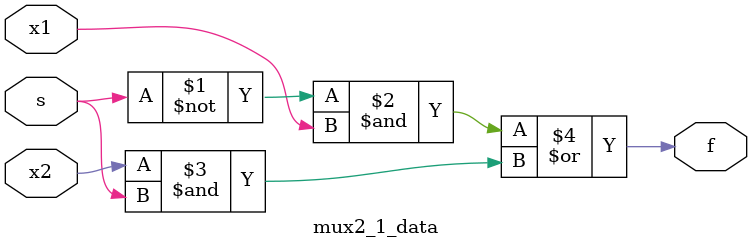
<source format=v>
module mux2_1_data (
    input x1,x2,s,
    output f
); //dataflow structural modeling 
    
assign f = ~s & x1 | x2 & s;  // we use assign because this is continuos output
                             // if right change f will change 


endmodule
</source>
